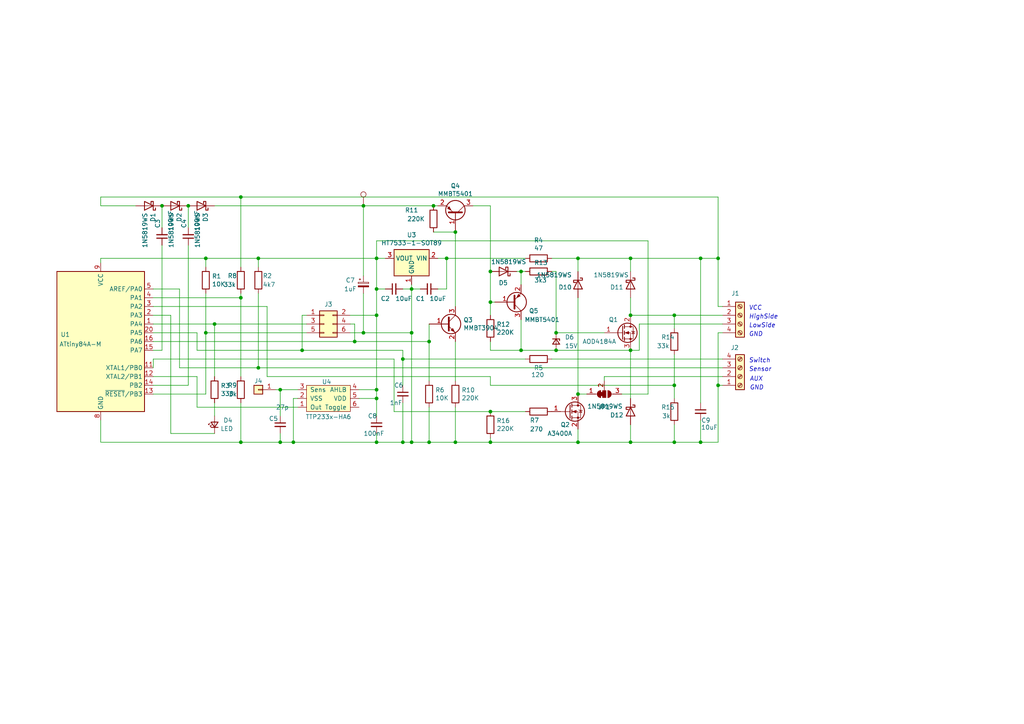
<source format=kicad_sch>
(kicad_sch (version 20231120) (generator "eeschema") (generator_version "8.0")
  (paper "A4")
  (lib_symbols
    (symbol "Connector:Screw_Terminal_01x04" (pin_names (offset 1.016) hide)
      (property "Reference" "J" (at 0 5.08 0))
      (property "Value" "Screw_Terminal_01x04" (at 0 -7.62 0))
      (symbol "Screw_Terminal_01x04_1_1"
        (rectangle (start -1.27 3.81) (end 1.27 -6.35) (stroke (width 0.254)) (fill (type background)))
        (circle (center 0 -5.08) (radius 0.635) (stroke (width 0.1524)))
        (circle (center 0 -2.54) (radius 0.635) (stroke (width 0.1524)))
        (polyline (pts (xy -0.5334 -4.7498) (xy 0.3302 -5.588)) (stroke (width 0.1524)))
        (polyline (pts (xy -0.5334 -2.2098) (xy 0.3302 -3.048)) (stroke (width 0.1524)))
        (polyline (pts (xy -0.5334 0.3302) (xy 0.3302 -0.508)) (stroke (width 0.1524)))
        (polyline (pts (xy -0.5334 2.8702) (xy 0.3302 2.032)) (stroke (width 0.1524)))
        (polyline (pts (xy -0.3556 -4.572) (xy 0.508 -5.4102)) (stroke (width 0.1524)))
        (polyline (pts (xy -0.3556 -2.032) (xy 0.508 -2.8702)) (stroke (width 0.1524)))
        (polyline (pts (xy -0.3556 0.508) (xy 0.508 -0.3302)) (stroke (width 0.1524)))
        (polyline (pts (xy -0.3556 3.048) (xy 0.508 2.2098)) (stroke (width 0.1524)))
        (circle (center 0 0) (radius 0.635) (stroke (width 0.1524)))
        (circle (center 0 2.54) (radius 0.635) (stroke (width 0.1524)))
        (pin passive line (at -5.08 2.54 0) (length 3.81) (name "Pin_1") (number "1"))
        (pin passive line (at -5.08 0 0) (length 3.81) (name "Pin_2") (number "2"))
        (pin passive line (at -5.08 -2.54 0) (length 3.81) (name "Pin_3") (number "3"))
        (pin passive line (at -5.08 -5.08 0) (length 3.81) (name "Pin_4") (number "4"))
      )
    )
    (symbol "Connector:TestPoint" (pin_numbers hide) (pin_names (offset 0.762) hide)
      (property "Reference" "TP" (at 0 6.858 0))
      (property "Value" "TestPoint" (at 0 5.08 0))
      (symbol "TestPoint_0_1"
        (circle (center 0 3.302) (radius 0.762))
      )
      (symbol "TestPoint_1_1"
        (pin passive line (at 0 0 90) (length 2.54) (name "1") (number "1"))
      )
    )
    (symbol "Connector_Generic:Conn_01x01" (pin_names (offset 1.016) hide)
      (property "Reference" "J" (at 0 2.54 0))
      (property "Value" "Conn_01x01" (at 0 -2.54 0))
      (symbol "Conn_01x01_1_1"
        (rectangle (start -1.27 0.127) (end 0 -0.127) (stroke (width 0.1524)))
        (rectangle (start -1.27 1.27) (end 1.27 -1.27) (stroke (width 0.254)) (fill (type background)))
        (pin passive line (at -5.08 0 0) (length 3.81) (name "Pin_1") (number "1"))
      )
    )
    (symbol "Connector_Generic:Conn_02x03_Odd_Even" (pin_names (offset 1.016) hide)
      (property "Reference" "J" (at 1.27 5.08 0))
      (property "Value" "Conn_02x03_Odd_Even" (at 1.27 -5.08 0))
      (symbol "Conn_02x03_Odd_Even_1_1"
        (rectangle (start -1.27 -2.413) (end 0 -2.667) (stroke (width 0.1524)))
        (rectangle (start -1.27 0.127) (end 0 -0.127) (stroke (width 0.1524)))
        (rectangle (start -1.27 2.667) (end 0 2.413) (stroke (width 0.1524)))
        (rectangle (start -1.27 3.81) (end 3.81 -3.81) (stroke (width 0.254)) (fill (type background)))
        (rectangle (start 3.81 -2.413) (end 2.54 -2.667) (stroke (width 0.1524)))
        (rectangle (start 3.81 0.127) (end 2.54 -0.127) (stroke (width 0.1524)))
        (rectangle (start 3.81 2.667) (end 2.54 2.413) (stroke (width 0.1524)))
        (pin passive line (at -5.08 2.54 0) (length 3.81) (name "Pin_1") (number "1"))
        (pin passive line (at 7.62 2.54 180) (length 3.81) (name "Pin_2") (number "2"))
        (pin passive line (at -5.08 0 0) (length 3.81) (name "Pin_3") (number "3"))
        (pin passive line (at 7.62 0 180) (length 3.81) (name "Pin_4") (number "4"))
        (pin passive line (at -5.08 -2.54 0) (length 3.81) (name "Pin_5") (number "5"))
        (pin passive line (at 7.62 -2.54 180) (length 3.81) (name "Pin_6") (number "6"))
      )
    )
    (symbol "Device:C_Small" (pin_numbers hide) (pin_names (offset 0.254) hide)
      (property "Reference" "C" (at 0.254 1.778 0))
      (property "Value" "C_Small" (at 0.254 -2.032 0))
      (symbol "C_Small_0_1"
        (polyline (pts (xy -1.524 -0.508) (xy 1.524 -0.508)) (stroke (width 0.3302)))
        (polyline (pts (xy -1.524 0.508) (xy 1.524 0.508)) (stroke (width 0.3048)))
      )
      (symbol "C_Small_1_1"
        (pin passive line (at 0 2.54 270) (length 2.032) (name "~") (number "1"))
        (pin passive line (at 0 -2.54 90) (length 2.032) (name "~") (number "2"))
      )
    )
    (symbol "Device:D_Schottky" (pin_numbers hide) (pin_names (offset 1.016) hide)
      (property "Reference" "D" (at 0 2.54 0))
      (property "Value" "D_Schottky" (at 0 -2.54 0))
      (symbol "D_Schottky_0_1"
        (polyline (pts (xy 1.27 0) (xy -1.27 0)))
        (polyline (pts (xy 1.27 1.27) (xy 1.27 -1.27) (xy -1.27 0) (xy 1.27 1.27)) (stroke (width 0.254)))
        (polyline (pts (xy -1.905 0.635) (xy -1.905 1.27) (xy -1.27 1.27) (xy -1.27 -1.27) (xy -0.635 -1.27) (xy -0.635 -0.635)) (stroke (width 0.254)))
      )
      (symbol "D_Schottky_1_1"
        (pin passive line (at -3.81 0 0) (length 2.54) (name "K") (number "1"))
        (pin passive line (at 3.81 0 180) (length 2.54) (name "A") (number "2"))
      )
    )
    (symbol "Device:D_Zener_Small" (pin_numbers hide) (pin_names (offset 0.254) hide)
      (property "Reference" "D" (at 0 2.286 0))
      (property "Value" "D_Zener_Small" (at 0 -2.286 0))
      (symbol "D_Zener_Small_0_1"
        (polyline (pts (xy 0.762 0) (xy -0.762 0)))
        (polyline (pts (xy -0.254 1.016) (xy -0.762 1.016) (xy -0.762 -1.016)) (stroke (width 0.254)))
        (polyline (pts (xy 0.762 1.016) (xy -0.762 0) (xy 0.762 -1.016) (xy 0.762 1.016)) (stroke (width 0.254)))
      )
      (symbol "D_Zener_Small_1_1"
        (pin passive line (at -2.54 0 0) (length 1.778) (name "K") (number "1"))
        (pin passive line (at 2.54 0 180) (length 1.778) (name "A") (number "2"))
      )
    )
    (symbol "Device:LED_Small" (pin_numbers hide) (pin_names (offset 0.254) hide)
      (property "Reference" "D" (at -1.27 3.175 0))
      (property "Value" "LED_Small" (at -4.445 -2.54 0))
      (symbol "LED_Small_0_1"
        (polyline (pts (xy -0.762 -1.016) (xy -0.762 1.016)) (stroke (width 0.254)))
        (polyline (pts (xy 1.016 0) (xy -0.762 0)))
        (polyline (pts (xy 0.762 -1.016) (xy -0.762 0) (xy 0.762 1.016) (xy 0.762 -1.016)) (stroke (width 0.254)))
        (polyline (pts (xy 0 0.762) (xy -0.508 1.27) (xy -0.254 1.27) (xy -0.508 1.27) (xy -0.508 1.016)))
        (polyline (pts (xy 0.508 1.27) (xy 0 1.778) (xy 0.254 1.778) (xy 0 1.778) (xy 0 1.524)))
      )
      (symbol "LED_Small_1_1"
        (pin passive line (at -2.54 0 0) (length 1.778) (name "K") (number "1"))
        (pin passive line (at 2.54 0 180) (length 1.778) (name "A") (number "2"))
      )
    )
    (symbol "Device:Q_NMOS_GDS" (pin_names (offset 0) hide)
      (property "Reference" "Q" (at 5.08 1.27 0))
      (property "Value" "Q_NMOS_GDS" (at 5.08 -1.27 0))
      (symbol "Q_NMOS_GDS_0_1"
        (polyline (pts (xy 0.254 0) (xy -2.54 0)))
        (polyline (pts (xy 0.254 1.905) (xy 0.254 -1.905)) (stroke (width 0.254)))
        (polyline (pts (xy 0.762 -1.27) (xy 0.762 -2.286)) (stroke (width 0.254)))
        (polyline (pts (xy 0.762 0.508) (xy 0.762 -0.508)) (stroke (width 0.254)))
        (polyline (pts (xy 0.762 2.286) (xy 0.762 1.27)) (stroke (width 0.254)))
        (polyline (pts (xy 2.54 2.54) (xy 2.54 1.778)))
        (polyline (pts (xy 2.54 -2.54) (xy 2.54 0) (xy 0.762 0)))
        (polyline (pts (xy 0.762 -1.778) (xy 3.302 -1.778) (xy 3.302 1.778) (xy 0.762 1.778)))
        (polyline (pts (xy 1.016 0) (xy 2.032 0.381) (xy 2.032 -0.381) (xy 1.016 0)) (fill (type outline)))
        (polyline (pts (xy 2.794 0.508) (xy 2.921 0.381) (xy 3.683 0.381) (xy 3.81 0.254)))
        (polyline (pts (xy 3.302 0.381) (xy 2.921 -0.254) (xy 3.683 -0.254) (xy 3.302 0.381)))
        (circle (center 1.651 0) (radius 2.794) (stroke (width 0.254)))
        (circle (center 2.54 -1.778) (radius 0.254) (fill (type outline)))
        (circle (center 2.54 1.778) (radius 0.254) (fill (type outline)))
      )
      (symbol "Q_NMOS_GDS_1_1"
        (pin input line (at -5.08 0 0) (length 2.54) (name "G") (number "1"))
        (pin passive line (at 2.54 5.08 270) (length 2.54) (name "D") (number "2"))
        (pin passive line (at 2.54 -5.08 90) (length 2.54) (name "S") (number "3"))
      )
    )
    (symbol "Device:Q_NMOS_GSD" (pin_names (offset 0) hide)
      (property "Reference" "Q" (at 5.08 1.27 0))
      (property "Value" "Q_NMOS_GSD" (at 5.08 -1.27 0))
      (symbol "Q_NMOS_GSD_0_1"
        (polyline (pts (xy 0.254 0) (xy -2.54 0)))
        (polyline (pts (xy 0.254 1.905) (xy 0.254 -1.905)) (stroke (width 0.254)))
        (polyline (pts (xy 0.762 -1.27) (xy 0.762 -2.286)) (stroke (width 0.254)))
        (polyline (pts (xy 0.762 0.508) (xy 0.762 -0.508)) (stroke (width 0.254)))
        (polyline (pts (xy 0.762 2.286) (xy 0.762 1.27)) (stroke (width 0.254)))
        (polyline (pts (xy 2.54 2.54) (xy 2.54 1.778)))
        (polyline (pts (xy 2.54 -2.54) (xy 2.54 0) (xy 0.762 0)))
        (polyline (pts (xy 0.762 -1.778) (xy 3.302 -1.778) (xy 3.302 1.778) (xy 0.762 1.778)))
        (polyline (pts (xy 1.016 0) (xy 2.032 0.381) (xy 2.032 -0.381) (xy 1.016 0)) (fill (type outline)))
        (polyline (pts (xy 2.794 0.508) (xy 2.921 0.381) (xy 3.683 0.381) (xy 3.81 0.254)))
        (polyline (pts (xy 3.302 0.381) (xy 2.921 -0.254) (xy 3.683 -0.254) (xy 3.302 0.381)))
        (circle (center 1.651 0) (radius 2.794) (stroke (width 0.254)))
        (circle (center 2.54 -1.778) (radius 0.254) (fill (type outline)))
        (circle (center 2.54 1.778) (radius 0.254) (fill (type outline)))
      )
      (symbol "Q_NMOS_GSD_1_1"
        (pin input line (at -5.08 0 0) (length 2.54) (name "G") (number "1"))
        (pin passive line (at 2.54 -5.08 90) (length 2.54) (name "S") (number "2"))
        (pin passive line (at 2.54 5.08 270) (length 2.54) (name "D") (number "3"))
      )
    )
    (symbol "Device:R" (pin_numbers hide) (pin_names (offset 0))
      (property "Reference" "R" (at 2.032 0 90))
      (property "Value" "R" (at 0 0 90))
      (symbol "R_0_1"
        (rectangle (start -1.016 -2.54) (end 1.016 2.54) (stroke (width 0.254)))
      )
      (symbol "R_1_1"
        (pin passive line (at 0 3.81 270) (length 1.27) (name "~") (number "1"))
        (pin passive line (at 0 -3.81 90) (length 1.27) (name "~") (number "2"))
      )
    )
    (symbol "Diode:1N5819WS" (pin_numbers hide) (pin_names (offset 1.016) hide)
      (property "Reference" "D" (at 0 2.54 0))
      (property "Value" "1N5819WS" (at 0 -2.54 0))
      (symbol "1N5819WS_0_1"
        (polyline (pts (xy 1.27 0) (xy -1.27 0)))
        (polyline (pts (xy 1.27 1.27) (xy 1.27 -1.27) (xy -1.27 0) (xy 1.27 1.27)) (stroke (width 0.254)))
        (polyline (pts (xy -1.905 0.635) (xy -1.905 1.27) (xy -1.27 1.27) (xy -1.27 -1.27) (xy -0.635 -1.27) (xy -0.635 -0.635)) (stroke (width 0.254)))
      )
      (symbol "1N5819WS_1_1"
        (pin passive line (at -3.81 0 0) (length 2.54) (name "K") (number "1"))
        (pin passive line (at 3.81 0 180) (length 2.54) (name "A") (number "2"))
      )
    )
    (symbol "FlushRobot-rescue:CP_Small-Device" (pin_numbers hide) (pin_names (offset 0.254) hide)
      (property "Reference" "C" (at 0.254 1.778 0))
      (property "Value" "Device_CP_Small" (at 0.254 -2.032 0))
      (symbol "CP_Small-Device_0_1"
        (rectangle (start -1.524 -0.3048) (end 1.524 -0.6858) (fill (type outline)))
        (rectangle (start -1.524 0.6858) (end 1.524 0.3048))
        (polyline (pts (xy -1.27 1.524) (xy -0.762 1.524)))
        (polyline (pts (xy -1.016 1.27) (xy -1.016 1.778)))
      )
      (symbol "CP_Small-Device_1_1"
        (pin passive line (at 0 2.54 270) (length 1.8542) (name "~") (number "1"))
        (pin passive line (at 0 -2.54 90) (length 1.8542) (name "~") (number "2"))
      )
    )
    (symbol "Jumper:SolderJumper_3_Bridged12" (pin_names (offset 0) hide)
      (property "Reference" "JP" (at -2.54 -2.54 0))
      (property "Value" "SolderJumper_3_Bridged12" (at 0 2.794 0))
      (symbol "SolderJumper_3_Bridged12_0_1"
        (rectangle (start -1.016 0.508) (end -0.508 -0.508) (fill (type outline)))
        (arc (start -1.016 1.016) (mid -2.0276 0) (end -1.016 -1.016))
        (arc (start -1.016 1.016) (mid -2.0276 0) (end -1.016 -1.016) (fill (type outline)))
        (rectangle (start -0.508 1.016) (end 0.508 -1.016) (fill (type outline)))
        (polyline (pts (xy -2.54 0) (xy -2.032 0)))
        (polyline (pts (xy -1.016 1.016) (xy -1.016 -1.016)))
        (polyline (pts (xy 0 -1.27) (xy 0 -1.016)))
        (polyline (pts (xy 1.016 1.016) (xy 1.016 -1.016)))
        (polyline (pts (xy 2.54 0) (xy 2.032 0)))
        (arc (start 1.016 -1.016) (mid 2.0276 0) (end 1.016 1.016))
        (arc (start 1.016 -1.016) (mid 2.0276 0) (end 1.016 1.016) (fill (type outline)))
      )
      (symbol "SolderJumper_3_Bridged12_1_1"
        (pin passive line (at -5.08 0 0) (length 2.54) (name "A") (number "1"))
        (pin passive line (at 0 -3.81 90) (length 2.54) (name "C") (number "2"))
        (pin passive line (at 5.08 0 180) (length 2.54) (name "B") (number "3"))
      )
    )
    (symbol "MCU_Microchip_ATtiny:ATtiny84A-M"
      (property "Reference" "U" (at -12.7 21.59 0))
      (property "Value" "ATtiny84A-M" (at 2.54 -21.59 0))
      (symbol "ATtiny84A-M_0_1"
        (rectangle (start -12.7 -20.32) (end 12.7 20.32) (stroke (width 0.254)) (fill (type background)))
      )
      (symbol "ATtiny84A-M_1_1"
        (pin bidirectional line (at 15.24 5.08 180) (length 2.54) (name "PA4") (number "1"))
        (pin no_connect line (at -12.7 -10.16 0) (length 2.54) hide (name "NC") (number "10"))
        (pin bidirectional line (at 15.24 -7.62 180) (length 2.54) (name "XTAL1/PB0") (number "11"))
        (pin bidirectional line (at 15.24 -10.16 180) (length 2.54) (name "XTAL2/PB1") (number "12"))
        (pin bidirectional line (at 15.24 -15.24 180) (length 2.54) (name "~{RESET}/PB3") (number "13"))
        (pin bidirectional line (at 15.24 -12.7 180) (length 2.54) (name "PB2") (number "14"))
        (pin bidirectional line (at 15.24 -2.54 180) (length 2.54) (name "PA7") (number "15"))
        (pin bidirectional line (at 15.24 0 180) (length 2.54) (name "PA6") (number "16"))
        (pin no_connect line (at -12.7 -12.7 0) (length 2.54) hide (name "NC") (number "17"))
        (pin no_connect line (at -12.7 -15.24 0) (length 2.54) hide (name "NC") (number "18"))
        (pin no_connect line (at -12.7 -17.78 0) (length 2.54) hide (name "NC") (number "19"))
        (pin bidirectional line (at 15.24 7.62 180) (length 2.54) (name "PA3") (number "2"))
        (pin bidirectional line (at 15.24 2.54 180) (length 2.54) (name "PA5") (number "20"))
        (pin passive line (at 0 -22.86 90) (length 2.54) hide (name "GND") (number "21"))
        (pin bidirectional line (at 15.24 10.16 180) (length 2.54) (name "PA2") (number "3"))
        (pin bidirectional line (at 15.24 12.7 180) (length 2.54) (name "PA1") (number "4"))
        (pin bidirectional line (at 15.24 15.24 180) (length 2.54) (name "AREF/PA0") (number "5"))
        (pin no_connect line (at -12.7 -5.08 0) (length 2.54) hide (name "NC") (number "6"))
        (pin no_connect line (at -12.7 -7.62 0) (length 2.54) hide (name "NC") (number "7"))
        (pin power_in line (at 0 -22.86 90) (length 2.54) (name "GND") (number "8"))
        (pin power_in line (at 0 22.86 270) (length 2.54) (name "VCC") (number "9"))
      )
    )
    (symbol "Regulator_Linear:HT75xx-1-SOT89"
      (property "Reference" "U" (at -5.08 -3.81 0))
      (property "Value" "HT75xx-1-SOT89" (at 0 6.35 0))
      (symbol "HT75xx-1-SOT89_0_1"
        (rectangle (start -5.08 5.08) (end 5.08 -2.54) (stroke (width 0.254)) (fill (type background)))
      )
      (symbol "HT75xx-1-SOT89_1_1"
        (pin power_in line (at 0 -5.08 90) (length 2.54) (name "GND") (number "1"))
        (pin power_in line (at -7.62 2.54 0) (length 2.54) (name "VIN") (number "2"))
        (pin power_out line (at 7.62 2.54 180) (length 2.54) (name "VOUT") (number "3"))
      )
    )
    (symbol "Transistor_BJT:MMBT3904" (pin_names (offset 0) hide)
      (property "Reference" "Q" (at 5.08 1.905 0))
      (property "Value" "MMBT3904" (at 5.08 0 0))
      (symbol "MMBT3904_0_1"
        (polyline (pts (xy 0.635 0.635) (xy 2.54 2.54)))
        (polyline (pts (xy 0.635 -0.635) (xy 2.54 -2.54) (xy 2.54 -2.54)))
        (polyline (pts (xy 0.635 1.905) (xy 0.635 -1.905) (xy 0.635 -1.905)) (stroke (width 0.508)))
        (polyline (pts (xy 1.27 -1.778) (xy 1.778 -1.27) (xy 2.286 -2.286) (xy 1.27 -1.778) (xy 1.27 -1.778)) (fill (type outline)))
        (circle (center 1.27 0) (radius 2.8194) (stroke (width 0.254)))
      )
      (symbol "MMBT3904_1_1"
        (pin input line (at -5.08 0 0) (length 5.715) (name "B") (number "1"))
        (pin passive line (at 2.54 -5.08 90) (length 2.54) (name "E") (number "2"))
        (pin passive line (at 2.54 5.08 270) (length 2.54) (name "C") (number "3"))
      )
    )
    (symbol "Transistor_BJT:MMBT3906" (pin_names (offset 0) hide)
      (property "Reference" "Q" (at 5.08 1.905 0))
      (property "Value" "MMBT3906" (at 5.08 0 0))
      (symbol "MMBT3906_0_1"
        (polyline (pts (xy 0.635 0.635) (xy 2.54 2.54)))
        (polyline (pts (xy 0.635 -0.635) (xy 2.54 -2.54) (xy 2.54 -2.54)))
        (polyline (pts (xy 0.635 1.905) (xy 0.635 -1.905) (xy 0.635 -1.905)) (stroke (width 0.508)))
        (polyline (pts (xy 2.286 -1.778) (xy 1.778 -2.286) (xy 1.27 -1.27) (xy 2.286 -1.778) (xy 2.286 -1.778)) (fill (type outline)))
        (circle (center 1.27 0) (radius 2.8194) (stroke (width 0.254)))
      )
      (symbol "MMBT3906_1_1"
        (pin input line (at -5.08 0 0) (length 5.715) (name "B") (number "1"))
        (pin passive line (at 2.54 -5.08 90) (length 2.54) (name "E") (number "2"))
        (pin passive line (at 2.54 5.08 270) (length 2.54) (name "C") (number "3"))
      )
    )
    (symbol "tfl_ttp233x-HA6:TTP233x-HA6-New_Library" (pin_names (offset 1.016))
      (property "Reference" "U" (at 0 7.62 0))
      (property "Value" "New_Library_TTP233x-HA6" (at 0 5.08 0))
      (symbol "TTP233x-HA6-New_Library_0_1"
        (polyline (pts (xy -6.35 3.81) (xy -6.35 -3.81) (xy 6.35 -3.81) (xy 6.35 3.81) (xy -6.35 3.81)) (fill (type background)))
      )
      (symbol "TTP233x-HA6-New_Library_1_1"
        (pin output line (at -8.89 2.54 0) (length 2.54) (name "Out") (number "1"))
        (pin power_in line (at -8.89 0 0) (length 2.54) (name "VSS") (number "2"))
        (pin input line (at -8.89 -2.54 0) (length 2.54) (name "Sens") (number "3"))
        (pin input line (at 8.89 -2.54 180) (length 2.54) (name "AHLB") (number "4"))
        (pin power_in line (at 8.89 0 180) (length 2.54) (name "VDD") (number "5"))
        (pin input line (at 8.89 2.54 180) (length 2.54) (name "Toggle") (number "6"))
      )
    )
  )
  (junction (at 109.22 128.27))
  (junction (at 69.85 86.36))
  (junction (at 182.88 74.93))
  (junction (at 182.88 101.6))
  (junction (at 167.64 128.27))
  (junction (at 54.61 59.69))
  (junction (at 74.93 74.93))
  (junction (at 151.13 78.74))
  (junction (at 182.88 128.27))
  (junction (at 109.22 74.93))
  (junction (at 161.29 101.6))
  (junction (at 182.88 91.44))
  (junction (at 105.41 59.69))
  (junction (at 81.28 128.27))
  (junction (at 208.28 74.93))
  (junction (at 142.24 87.63))
  (junction (at 142.24 78.74))
  (junction (at 124.46 128.27))
  (junction (at 81.28 113.03))
  (junction (at 119.38 128.27))
  (junction (at 109.22 115.57))
  (junction (at 195.58 91.44))
  (junction (at 132.08 67.31))
  (junction (at 208.28 111.76))
  (junction (at 167.64 74.93))
  (junction (at 109.22 91.44))
  (junction (at 129.54 74.93))
  (junction (at 195.58 111.76))
  (junction (at 109.22 113.03))
  (junction (at 142.24 128.27))
  (junction (at 125.73 59.69))
  (junction (at 203.2 128.27))
  (junction (at 151.13 101.6))
  (junction (at 85.09 128.27))
  (junction (at 105.41 96.52))
  (junction (at 116.84 104.14))
  (junction (at 59.69 74.93))
  (junction (at 124.46 99.06))
  (junction (at 161.29 96.52))
  (junction (at 69.85 57.15))
  (junction (at 119.38 96.52))
  (junction (at 59.69 96.52))
  (junction (at 116.84 128.27))
  (junction (at 69.85 128.27))
  (junction (at 142.24 119.38))
  (junction (at 203.2 74.93))
  (junction (at 195.58 128.27))
  (junction (at 167.64 114.3))
  (junction (at 46.99 59.69))
  (junction (at 62.23 93.98))
  (junction (at 109.22 83.82))
  (junction (at 87.63 101.6))
  (junction (at 132.08 128.27))
  (junction (at 102.87 99.06))
  (junction (at 119.38 83.82))
  (junction (at 74.93 106.68))
  (wire (pts (xy 69.85 57.15) (xy 29.21 57.15)))
  (wire (pts (xy 167.64 128.27) (xy 182.88 128.27)))
  (wire (pts (xy 86.36 115.57) (xy 85.09 115.57)))
  (wire (pts (xy 46.99 71.12) (xy 46.99 101.6)))
  (wire (pts (xy 142.24 78.74) (xy 142.24 87.63)))
  (wire (pts (xy 105.41 59.69) (xy 105.41 80.01)))
  (wire (pts (xy 109.22 113.03) (xy 109.22 115.57)))
  (wire (pts (xy 69.85 116.84) (xy 69.85 128.27)))
  (wire (pts (xy 119.38 83.82) (xy 119.38 96.52)))
  (wire (pts (xy 29.21 74.93) (xy 59.69 74.93)))
  (wire (pts (xy 160.02 74.93) (xy 167.64 74.93)))
  (wire (pts (xy 87.63 101.6) (xy 116.84 101.6)))
  (wire (pts (xy 203.2 74.93) (xy 208.28 74.93)))
  (wire (pts (xy 129.54 74.93) (xy 152.4 74.93)))
  (wire (pts (xy 187.96 114.3) (xy 187.96 69.85)))
  (wire (pts (xy 114.3 119.38) (xy 114.3 104.14)))
  (wire (pts (xy 151.13 101.6) (xy 161.29 101.6)))
  (wire (pts (xy 44.45 104.14) (xy 44.45 106.68)))
  (wire (pts (xy 182.88 74.93) (xy 203.2 74.93)))
  (wire (pts (xy 182.88 74.93) (xy 182.88 78.74)))
  (wire (pts (xy 69.85 128.27) (xy 81.28 128.27)))
  (wire (pts (xy 49.53 91.44) (xy 44.45 91.44)))
  (wire (pts (xy 142.24 99.06) (xy 142.24 101.6)))
  (wire (pts (xy 101.6 91.44) (xy 109.22 91.44)))
  (wire (pts (xy 151.13 78.74) (xy 152.4 78.74)))
  (wire (pts (xy 102.87 93.98) (xy 102.87 99.06)))
  (wire (pts (xy 203.2 121.92) (xy 203.2 128.27)))
  (wire (pts (xy 81.28 125.73) (xy 81.28 128.27)))
  (wire (pts (xy 57.15 96.52) (xy 57.15 101.6)))
  (wire (pts (xy 44.45 88.9) (xy 77.47 88.9)))
  (wire (pts (xy 119.38 96.52) (xy 119.38 128.27)))
  (wire (pts (xy 142.24 59.69) (xy 137.16 59.69)))
  (wire (pts (xy 116.84 128.27) (xy 119.38 128.27)))
  (wire (pts (xy 44.45 86.36) (xy 69.85 86.36)))
  (wire (pts (xy 109.22 128.27) (xy 116.84 128.27)))
  (wire (pts (xy 57.15 118.11) (xy 86.36 118.11)))
  (wire (pts (xy 182.88 86.36) (xy 182.88 91.44)))
  (wire (pts (xy 109.22 74.93) (xy 111.76 74.93)))
  (wire (pts (xy 116.84 111.76) (xy 116.84 104.14)))
  (wire (pts (xy 142.24 101.6) (xy 151.13 101.6)))
  (wire (pts (xy 62.23 93.98) (xy 88.9 93.98)))
  (wire (pts (xy 208.28 88.9) (xy 209.55 88.9)))
  (wire (pts (xy 44.45 111.76) (xy 54.61 111.76)))
  (wire (pts (xy 105.41 96.52) (xy 119.38 96.52)))
  (wire (pts (xy 143.51 87.63) (xy 142.24 87.63)))
  (wire (pts (xy 127 59.69) (xy 125.73 59.69)))
  (wire (pts (xy 132.08 128.27) (xy 142.24 128.27)))
  (wire (pts (xy 109.22 83.82) (xy 111.76 83.82)))
  (wire (pts (xy 132.08 99.06) (xy 132.08 110.49)))
  (wire (pts (xy 49.53 125.73) (xy 49.53 91.44)))
  (wire (pts (xy 182.88 101.6) (xy 185.42 101.6)))
  (wire (pts (xy 80.01 113.03) (xy 81.28 113.03)))
  (wire (pts (xy 167.64 74.93) (xy 167.64 78.74)))
  (wire (pts (xy 109.22 83.82) (xy 109.22 74.93)))
  (wire (pts (xy 125.73 59.69) (xy 105.41 59.69)))
  (wire (pts (xy 124.46 93.98) (xy 124.46 99.06)))
  (wire (pts (xy 195.58 91.44) (xy 209.55 91.44)))
  (wire (pts (xy 101.6 93.98) (xy 102.87 93.98)))
  (wire (pts (xy 44.45 99.06) (xy 102.87 99.06)))
  (wire (pts (xy 59.69 96.52) (xy 88.9 96.52)))
  (wire (pts (xy 208.28 96.52) (xy 209.55 96.52)))
  (wire (pts (xy 127 74.93) (xy 129.54 74.93)))
  (wire (pts (xy 116.84 116.84) (xy 116.84 128.27)))
  (wire (pts (xy 195.58 102.87) (xy 195.58 111.76)))
  (wire (pts (xy 142.24 111.76) (xy 195.58 111.76)))
  (wire (pts (xy 142.24 78.74) (xy 142.24 59.69)))
  (wire (pts (xy 69.85 57.15) (xy 208.28 57.15)))
  (wire (pts (xy 81.28 113.03) (xy 81.28 120.65)))
  (wire (pts (xy 29.21 128.27) (xy 69.85 128.27)))
  (wire (pts (xy 167.64 114.3) (xy 170.18 114.3)))
  (wire (pts (xy 49.53 125.73) (xy 62.23 125.73)))
  (wire (pts (xy 182.88 123.19) (xy 182.88 128.27)))
  (wire (pts (xy 142.24 127) (xy 142.24 128.27)))
  (wire (pts (xy 52.07 83.82) (xy 44.45 83.82)))
  (wire (pts (xy 57.15 101.6) (xy 87.63 101.6)))
  (wire (pts (xy 87.63 91.44) (xy 88.9 91.44)))
  (wire (pts (xy 124.46 99.06) (xy 124.46 110.49)))
  (wire (pts (xy 52.07 106.68) (xy 74.93 106.68)))
  (wire (pts (xy 185.42 101.6) (xy 185.42 93.98)))
  (wire (pts (xy 187.96 69.85) (xy 109.22 69.85)))
  (wire (pts (xy 175.26 109.22) (xy 209.55 109.22)))
  (wire (pts (xy 208.28 57.15) (xy 208.28 74.93)))
  (wire (pts (xy 125.73 67.31) (xy 132.08 67.31)))
  (wire (pts (xy 85.09 115.57) (xy 85.09 128.27)))
  (wire (pts (xy 182.88 91.44) (xy 195.58 91.44)))
  (wire (pts (xy 195.58 128.27) (xy 203.2 128.27)))
  (wire (pts (xy 195.58 123.19) (xy 195.58 128.27)))
  (wire (pts (xy 151.13 92.71) (xy 151.13 101.6)))
  (wire (pts (xy 114.3 104.14) (xy 44.45 104.14)))
  (wire (pts (xy 81.28 113.03) (xy 86.36 113.03)))
  (wire (pts (xy 69.85 85.09) (xy 69.85 86.36)))
  (wire (pts (xy 208.28 111.76) (xy 208.28 128.27)))
  (wire (pts (xy 102.87 99.06) (xy 124.46 99.06)))
  (wire (pts (xy 195.58 111.76) (xy 195.58 115.57)))
  (wire (pts (xy 114.3 119.38) (xy 142.24 119.38)))
  (wire (pts (xy 116.84 104.14) (xy 152.4 104.14)))
  (wire (pts (xy 29.21 74.93) (xy 29.21 76.2)))
  (wire (pts (xy 160.02 104.14) (xy 209.55 104.14)))
  (wire (pts (xy 104.14 115.57) (xy 109.22 115.57)))
  (wire (pts (xy 116.84 83.82) (xy 119.38 83.82)))
  (wire (pts (xy 208.28 96.52) (xy 208.28 111.76)))
  (wire (pts (xy 59.69 74.93) (xy 74.93 74.93)))
  (wire (pts (xy 105.41 85.09) (xy 105.41 96.52)))
  (wire (pts (xy 87.63 91.44) (xy 87.63 101.6)))
  (wire (pts (xy 109.22 83.82) (xy 109.22 91.44)))
  (wire (pts (xy 185.42 93.98) (xy 209.55 93.98)))
  (wire (pts (xy 182.88 101.6) (xy 182.88 115.57)))
  (wire (pts (xy 74.93 106.68) (xy 209.55 106.68)))
  (wire (pts (xy 109.22 69.85) (xy 109.22 74.93)))
  (wire (pts (xy 52.07 83.82) (xy 52.07 106.68)))
  (wire (pts (xy 105.41 59.69) (xy 62.23 59.69)))
  (wire (pts (xy 74.93 74.93) (xy 109.22 74.93)))
  (wire (pts (xy 167.64 124.46) (xy 167.64 128.27)))
  (wire (pts (xy 161.29 101.6) (xy 182.88 101.6)))
  (wire (pts (xy 29.21 57.15) (xy 29.21 59.69)))
  (wire (pts (xy 74.93 74.93) (xy 74.93 77.47)))
  (wire (pts (xy 29.21 121.92) (xy 29.21 128.27)))
  (wire (pts (xy 62.23 116.84) (xy 62.23 120.65)))
  (wire (pts (xy 161.29 96.52) (xy 175.26 96.52)))
  (wire (pts (xy 44.45 96.52) (xy 57.15 96.52)))
  (wire (pts (xy 104.14 113.03) (xy 109.22 113.03)))
  (wire (pts (xy 54.61 59.69) (xy 54.61 66.04)))
  (wire (pts (xy 142.24 87.63) (xy 142.24 91.44)))
  (wire (pts (xy 77.47 88.9) (xy 77.47 109.22)))
  (wire (pts (xy 44.45 114.3) (xy 59.69 114.3)))
  (wire (pts (xy 119.38 82.55) (xy 119.38 83.82)))
  (wire (pts (xy 116.84 104.14) (xy 116.84 101.6)))
  (wire (pts (xy 81.28 128.27) (xy 85.09 128.27)))
  (wire (pts (xy 44.45 93.98) (xy 62.23 93.98)))
  (wire (pts (xy 59.69 74.93) (xy 59.69 77.47)))
  (wire (pts (xy 151.13 82.55) (xy 151.13 78.74)))
  (wire (pts (xy 119.38 83.82) (xy 121.92 83.82)))
  (wire (pts (xy 142.24 109.22) (xy 142.24 111.76)))
  (wire (pts (xy 101.6 96.52) (xy 105.41 96.52)))
  (wire (pts (xy 59.69 96.52) (xy 59.69 114.3)))
  (wire (pts (xy 167.64 74.93) (xy 182.88 74.93)))
  (wire (pts (xy 77.47 109.22) (xy 142.24 109.22)))
  (wire (pts (xy 29.21 59.69) (xy 39.37 59.69)))
  (wire (pts (xy 124.46 128.27) (xy 132.08 128.27)))
  (wire (pts (xy 74.93 85.09) (xy 74.93 106.68)))
  (wire (pts (xy 142.24 119.38) (xy 152.4 119.38)))
  (wire (pts (xy 208.28 74.93) (xy 208.28 88.9)))
  (wire (pts (xy 119.38 128.27) (xy 124.46 128.27)))
  (wire (pts (xy 109.22 91.44) (xy 109.22 113.03)))
  (wire (pts (xy 180.34 114.3) (xy 187.96 114.3)))
  (wire (pts (xy 127 83.82) (xy 129.54 83.82)))
  (wire (pts (xy 62.23 93.98) (xy 62.23 109.22)))
  (wire (pts (xy 182.88 128.27) (xy 195.58 128.27)))
  (wire (pts (xy 203.2 128.27) (xy 208.28 128.27)))
  (wire (pts (xy 57.15 118.11) (xy 57.15 109.22)))
  (wire (pts (xy 57.15 109.22) (xy 44.45 109.22)))
  (wire (pts (xy 54.61 71.12) (xy 54.61 111.76)))
  (wire (pts (xy 175.26 109.22) (xy 175.26 110.49)))
  (wire (pts (xy 59.69 85.09) (xy 59.69 96.52)))
  (wire (pts (xy 109.22 115.57) (xy 109.22 120.65)))
  (wire (pts (xy 160.02 78.74) (xy 161.29 78.74)))
  (wire (pts (xy 69.85 77.47) (xy 69.85 57.15)))
  (wire (pts (xy 167.64 86.36) (xy 167.64 114.3)))
  (wire (pts (xy 209.55 111.76) (xy 208.28 111.76)))
  (wire (pts (xy 132.08 67.31) (xy 132.08 88.9)))
  (wire (pts (xy 69.85 86.36) (xy 69.85 109.22)))
  (wire (pts (xy 46.99 59.69) (xy 46.99 66.04)))
  (wire (pts (xy 149.86 78.74) (xy 151.13 78.74)))
  (wire (pts (xy 161.29 78.74) (xy 161.29 96.52)))
  (wire (pts (xy 132.08 118.11) (xy 132.08 128.27)))
  (wire (pts (xy 142.24 128.27) (xy 167.64 128.27)))
  (wire (pts (xy 109.22 125.73) (xy 109.22 128.27)))
  (wire (pts (xy 44.45 101.6) (xy 46.99 101.6)))
  (wire (pts (xy 85.09 128.27) (xy 109.22 128.27)))
  (wire (pts (xy 195.58 91.44) (xy 195.58 95.25)))
  (wire (pts (xy 124.46 118.11) (xy 124.46 128.27)))
  (wire (pts (xy 129.54 83.82) (xy 129.54 74.93)))
  (wire (pts (xy 203.2 74.93) (xy 203.2 116.84)))
  (text "AUX" (at 217.424 110.744 0) (effects (font (size 1.27 1.27) (italic yes)) (justify left bottom)))
  (text "GND" (at 217.17 97.79 0) (effects (font (size 1.27 1.27) (italic yes)) (justify left bottom)))
  (text "VCC" (at 217.17 90.17 0) (effects (font (size 1.27 1.27) (italic yes)) (justify left bottom)))
  (text "LowSide" (at 217.17 95.25 0) (effects (font (size 1.27 1.27) (italic yes)) (justify left bottom)))
  (text "Switch" (at 217.17 105.41 0) (effects (font (size 1.27 1.27) (italic yes)) (justify left bottom)))
  (text "GND" (at 217.424 113.284 0) (effects (font (size 1.27 1.27) (italic yes)) (justify left bottom)))
  (text "Sensor" (at 217.17 107.95 0) (effects (font (size 1.27 1.27) (italic yes)) (justify left bottom)))
  (text "HighSide" (at 217.17 92.71 0) (effects (font (size 1.27 1.27) (italic yes)) (justify left bottom)))
  (symbol (lib_id "Device:Q_NMOS_GDS") (at 180.34 96.52 0) (unit 1)
    (property "Reference" "Q1" (at 176.53 92.71 0) (effects (justify left)))
    (property "Value" "AOD4184A" (at 168.91 99.06 0) (effects (justify left)))
    (property "Footprint" "Package_TO_SOT_SMD:TO-252-2" (effects (hide yes)))
    (property "Description" "C99124" (effects (hide yes)))
    (property "LCSC" "C99124" (effects (hide yes)))
  )
  (symbol (lib_id "Regulator_Linear:HT75xx-1-SOT89") (at 119.38 77.47 0) (mirror y) (unit 1)
    (property "Reference" "U3" (at 119.38 68.1482 0))
    (property "Value" "HT7533-1-SOT89" (at 119.38 70.4596 0))
    (property "Footprint" "Package_TO_SOT_SMD:SOT-89-3" (effects (hide yes)))
    (property "Datasheet" "https://www.holtek.com/documents/10179/116711/HT75xx-1v250.pdf" (effects (hide yes)))
    (property "Description" "C14289" (effects (hide yes)))
    (property "LCSC" "C14289" (effects (hide yes)))
  )
  (symbol (lib_id "Device:R") (at 59.69 81.28 0) (unit 1)
    (property "Reference" "R1" (at 61.468 80.1116 0) (effects (justify left)))
    (property "Value" "10K" (at 61.468 82.423 0) (effects (justify left)))
    (property "Footprint" "Resistor_SMD:R_0603_1608Metric" (effects (hide yes)))
    (property "Description" "C25804" (effects (hide yes)))
    (property "LCSC" "C25804" (effects (hide yes)))
  )
  (symbol (lib_id "Device:C_Small") (at 114.3 83.82 90) (unit 1)
    (property "Reference" "C2" (at 111.76 86.614 90))
    (property "Value" "10uF" (at 117.094 86.614 90))
    (property "Footprint" "Capacitor_SMD:C_0603_1608Metric" (effects (hide yes)))
    (property "Description" "C19702" (effects (hide yes)))
    (property "LCSC" "C19702" (effects (hide yes)))
  )
  (symbol (lib_id "Device:C_Small") (at 124.46 83.82 270) (unit 1)
    (property "Reference" "C1" (at 121.92 86.614 90))
    (property "Value" "10uF" (at 127 86.614 90))
    (property "Footprint" "Capacitor_SMD:C_0805_2012Metric" (effects (hide yes)))
    (property "Description" "C440198" (effects (hide yes)))
    (property "LCSC" "C440198" (effects (hide yes)))
  )
  (symbol (lib_id "Device:R") (at 62.23 113.03 0) (unit 1)
    (property "Reference" "R3" (at 64.008 111.8616 0) (effects (justify left)))
    (property "Value" "330" (at 64.008 114.173 0) (effects (justify left)))
    (property "Footprint" "Resistor_SMD:R_0603_1608Metric" (effects (hide yes)))
    (property "Description" "C881395" (effects (hide yes)))
    (property "LCSC" "C881395" (effects (hide yes)))
  )
  (symbol (lib_id "Device:LED_Small") (at 62.23 123.19 90) (unit 1)
    (property "Reference" "D4" (at 64.77 121.92 90) (effects (justify right)))
    (property "Value" "LED" (at 63.9572 124.333 90) (effects (justify right)))
    (property "Footprint" "LED_THT:LED_D3.0mm" (effects (hide yes)))
    (property "Description" "C72043" (effects (hide yes)))
  )
  (symbol (lib_id "Device:R") (at 74.93 81.28 0) (unit 1)
    (property "Reference" "R2" (at 76.2 80.01 0) (effects (justify left)))
    (property "Value" "4k7" (at 76.2 82.55 0) (effects (justify left)))
    (property "Footprint" "Resistor_SMD:R_0603_1608Metric" (effects (hide yes)))
    (property "Description" "C23162" (effects (hide yes)))
    (property "LCSC" "C23162" (effects (hide yes)))
  )
  (symbol (lib_id "Connector:Screw_Terminal_01x04") (at 214.63 91.44 0) (unit 1)
    (property "Reference" "J1" (at 212.09 85.09 0) (effects (justify left)))
    (property "Value" "Screw_Terminal_01x04" (effects (hide yes)))
    (property "Footprint" "TerminalBlock_Phoenix:TerminalBlock_Phoenix_MKDS-1,5-4_1x04_P5.00mm_Horizontal" (effects (hide yes)))
  )
  (symbol (lib_id "Connector:Screw_Terminal_01x04") (at 214.63 109.22 0) (mirror x) (unit 1)
    (property "Reference" "J2" (at 213.106 100.838 0))
    (property "Value" "Screw_Terminal_01x04" (effects (hide yes)))
    (property "Footprint" "TerminalBlock_Phoenix:TerminalBlock_Phoenix_MKDS-1,5-4_1x04_P5.00mm_Horizontal" (effects (hide yes)))
  )
  (symbol (lib_id "Device:R") (at 156.21 74.93 270) (unit 1)
    (property "Reference" "R4" (at 156.21 69.6722 90))
    (property "Value" "47" (at 156.21 71.9836 90))
    (property "Footprint" "Resistor_SMD:R_0603_1608Metric" (effects (hide yes)))
    (property "Description" "C881191" (effects (hide yes)))
    (property "LCSC" "C23182" (effects (hide yes)))
  )
  (symbol (lib_id "Device:R") (at 156.21 104.14 270) (unit 1)
    (property "Reference" "R5" (at 156.21 106.68 90))
    (property "Value" "120" (at 155.956 108.712 90))
    (property "Footprint" "Resistor_SMD:R_0603_1608Metric" (effects (hide yes)))
    (property "Description" "C22787" (effects (hide yes)))
    (property "LCSC" "C22787" (effects (hide yes)))
  )
  (symbol (lib_id "Device:C_Small") (at 116.84 114.3 0) (unit 1)
    (property "Reference" "C6" (at 114.3 111.76 0) (effects (justify left)))
    (property "Value" "1nF" (at 113.03 116.84 0) (effects (justify left)))
    (property "Footprint" "Capacitor_SMD:C_0603_1608Metric" (effects (hide yes)))
    (property "LCSC" "C1588" (effects (hide yes)))
  )
  (symbol (lib_id "Connector_Generic:Conn_02x03_Odd_Even") (at 93.98 93.98 0) (unit 1) (in_bom no)
    (property "Reference" "J3" (at 95.25 88.265 0))
    (property "Value" "Conn_02x03_Odd_Even" (effects (hide yes)))
    (property "Footprint" "projects:SPI_programmer" (effects (hide yes)))
  )
  (symbol (lib_id "Device:Q_NMOS_GSD") (at 165.1 119.38 0) (unit 1)
    (property "Reference" "Q2" (at 162.56 123.19 0) (effects (justify left)))
    (property "Value" "A3400A" (at 158.75 125.73 0) (effects (justify left)))
    (property "Footprint" "Package_TO_SOT_SMD:SOT-23" (effects (hide yes)))
    (property "Description" "C20917" (effects (hide yes)))
    (property "LCSC" "C20917" (effects (hide yes)))
  )
  (symbol (lib_id "Device:R") (at 156.21 119.38 270) (unit 1)
    (property "Reference" "R7" (at 153.67 121.92 90) (effects (justify left)))
    (property "Value" "270" (at 153.67 124.46 90) (effects (justify left)))
    (property "Footprint" "Resistor_SMD:R_0603_1608Metric" (effects (hide yes)))
    (property "Description" "C22966" (effects (hide yes)))
    (property "LCSC" "C22966" (effects (hide yes)))
  )
  (symbol (lib_id "FlushRobot-rescue:CP_Small-Device") (at 105.41 82.55 0) (unit 1)
    (property "Reference" "C7" (at 101.6 81.28 0))
    (property "Value" "1uF" (at 101.6 83.82 0))
    (property "Footprint" "Capacitor_SMD:C_0603_1608Metric" (effects (hide yes)))
    (property "Description" "C15849" (effects (hide yes)))
    (property "LCSC" "C15849" (effects (hide yes)))
  )
  (symbol (lib_id "Device:D_Schottky") (at 50.8 59.69 180) (unit 1)
    (property "Reference" "D2" (at 51.9684 61.6966 90) (effects (justify left)))
    (property "Value" "1N5819WS" (at 49.657 61.6966 90) (effects (justify left)))
    (property "Footprint" "Diode_SMD:D_SOD-323" (effects (hide yes)))
    (property "Description" "C191023" (effects (hide yes)))
    (property "LCSC" "C191023" (effects (hide yes)))
  )
  (symbol (lib_id "Device:R") (at 132.08 114.3 0) (unit 1)
    (property "Reference" "R10" (at 133.858 113.1316 0) (effects (justify left)))
    (property "Value" "220K" (at 133.858 115.443 0) (effects (justify left)))
    (property "Footprint" "Resistor_SMD:R_0603_1608Metric" (effects (hide yes)))
    (property "Description" "C22961" (effects (hide yes)))
    (property "LCSC" "C22961" (effects (hide yes)))
  )
  (symbol (lib_id "Device:R") (at 156.21 78.74 270) (unit 1)
    (property "Reference" "R13" (at 154.94 76.2 90) (effects (justify left)))
    (property "Value" "3k3" (at 154.94 81.28 90) (effects (justify left)))
    (property "Footprint" "Resistor_SMD:R_0603_1608Metric" (effects (hide yes)))
    (property "Description" "C23162" (effects (hide yes)))
    (property "LCSC" "C22978" (effects (hide yes)))
  )
  (symbol (lib_id "Device:C_Small") (at 46.99 68.58 180) (unit 1)
    (property "Reference" "C3" (at 45.72 63.5 90) (effects (justify left)))
    (property "Value" "100nF" (at 49.53 60.96 90) (effects (justify left)))
    (property "Footprint" "Capacitor_SMD:C_0603_1608Metric" (effects (hide yes)))
    (property "Description" "C14663" (effects (hide yes)))
    (property "LCSC" "C14663" (effects (hide yes)))
  )
  (symbol (lib_id "tfl_ttp233x-HA6:TTP233x-HA6-New_Library") (at 95.25 115.57 0) (mirror x) (unit 1)
    (property "Reference" "U4" (at 94.742 110.744 0))
    (property "Value" "TTP233x-HA6" (at 95.25 120.904 0))
    (property "Footprint" "Package_TO_SOT_SMD:SOT-23-6" (effects (hide yes)))
    (property "LCSC" "C2835626" (effects (hide yes)))
  )
  (symbol (lib_id "Device:R") (at 195.58 119.38 0) (unit 1)
    (property "Reference" "R15" (at 191.77 118.11 0) (effects (justify left)))
    (property "Value" "3k" (at 192.024 120.65 0) (effects (justify left)))
    (property "Footprint" "Resistor_SMD:R_0603_1608Metric" (effects (hide yes)))
    (property "Description" "C4211" (effects (hide yes)))
    (property "LCSC" "C4211" (effects (hide yes)))
  )
  (symbol (lib_id "Device:R") (at 69.85 81.28 0) (unit 1)
    (property "Reference" "R8" (at 66.04 80.01 0) (effects (justify left)))
    (property "Value" "33k" (at 64.77 82.55 0) (effects (justify left)))
    (property "Footprint" "Resistor_SMD:R_0603_1608Metric" (effects (hide yes)))
    (property "Description" "C4216" (effects (hide yes)))
    (property "LCSC" "C4216" (effects (hide yes)))
  )
  (symbol (lib_id "Diode:1N5819WS") (at 182.88 119.38 270) (unit 1)
    (property "Reference" "D12" (at 180.848 120.396 90) (effects (justify right)))
    (property "Value" "1N5819WS" (at 180.594 117.856 90) (effects (justify right)))
    (property "Footprint" "Diode_SMD:D_SOD-323" (effects (hide yes)))
    (property "Datasheet" "https://datasheet.lcsc.com/lcsc/2204281430_Guangdong-Hottech-1N5819WS_C191023.pdf" (effects (hide yes)))
    (property "Description" "40V 600mV@1A 1A SOD-323 Schottky Barrier Diodes, SOD-323" (effects (hide yes)))
    (property "LCSC" "C191023" (effects (hide yes)))
  )
  (symbol (lib_id "Device:C_Small") (at 81.28 123.19 0) (unit 1)
    (property "Reference" "C5" (at 77.978 121.412 0) (effects (justify left)))
    (property "Value" "27p" (at 80.01 118.11 0) (effects (justify left)))
    (property "Footprint" "Capacitor_SMD:C_0603_1608Metric" (effects (hide yes)))
    (property "Description" "Unpolarized capacitor, small symbol" (effects (hide yes)))
    (property "LCSC" "C92670" (effects (hide yes)))
  )
  (symbol (lib_id "Device:R") (at 69.85 113.03 0) (unit 1)
    (property "Reference" "R9" (at 66.04 111.76 0) (effects (justify left)))
    (property "Value" "3k" (at 66.294 114.3 0) (effects (justify left)))
    (property "Footprint" "Resistor_SMD:R_0603_1608Metric" (effects (hide yes)))
    (property "Description" "C4211" (effects (hide yes)))
    (property "LCSC" "C4211" (effects (hide yes)))
  )
  (symbol (lib_id "Diode:1N5819WS") (at 182.88 82.55 270) (unit 1)
    (property "Reference" "D11" (at 180.848 83.312 90) (effects (justify right)))
    (property "Value" "1N5819WS" (at 182.372 79.756 90) (effects (justify right)))
    (property "Footprint" "Diode_SMD:D_SOD-323" (effects (hide yes)))
    (property "Datasheet" "https://datasheet.lcsc.com/lcsc/2204281430_Guangdong-Hottech-1N5819WS_C191023.pdf" (effects (hide yes)))
    (property "Description" "40V 600mV@1A 1A SOD-323 Schottky Barrier Diodes, SOD-323" (effects (hide yes)))
    (property "LCSC" "C191023" (effects (hide yes)))
  )
  (symbol (lib_id "Device:C_Small") (at 109.22 123.19 0) (unit 1)
    (property "Reference" "C8" (at 106.68 120.65 0) (effects (justify left)))
    (property "Value" "100nF" (at 105.41 125.73 0) (effects (justify left)))
    (property "Footprint" "Capacitor_SMD:C_0603_1608Metric" (effects (hide yes)))
    (property "Description" "C14663" (effects (hide yes)))
    (property "LCSC" "C14663" (effects (hide yes)))
  )
  (symbol (lib_id "Device:C_Small") (at 203.2 119.38 0) (unit 1)
    (property "Reference" "C9" (at 204.724 121.92 0))
    (property "Value" "10uF" (at 205.74 123.952 0))
    (property "Footprint" "Capacitor_SMD:C_0805_2012Metric" (effects (hide yes)))
    (property "Description" "C440198" (effects (hide yes)))
    (property "LCSC" "C440198" (effects (hide yes)))
  )
  (symbol (lib_id "Transistor_BJT:MMBT3904") (at 129.54 93.98 0) (unit 1)
    (property "Reference" "Q3" (at 134.3914 92.8116 0) (effects (justify left)))
    (property "Value" "MMBT3904" (at 134.3914 95.123 0) (effects (justify left)))
    (property "Footprint" "Package_TO_SOT_SMD:SOT-23" (effects (hide yes)))
    (property "Datasheet" "https://www.fairchildsemi.com/datasheets/2N/2N3904.pdf" (effects (hide yes)))
    (property "Description" "C20526" (effects (hide yes)))
    (property "LCSC" "C20526" (effects (hide yes)))
  )
  (symbol (lib_id "Device:R") (at 124.46 114.3 0) (unit 1)
    (property "Reference" "R6" (at 126.238 113.1316 0) (effects (justify left)))
    (property "Value" "10K" (at 126.238 115.443 0) (effects (justify left)))
    (property "Footprint" "Resistor_SMD:R_0603_1608Metric" (effects (hide yes)))
    (property "Description" "C25804" (effects (hide yes)))
    (property "LCSC" "C25804" (effects (hide yes)))
  )
  (symbol (lib_id "Device:D_Schottky") (at 58.42 59.69 180) (unit 1)
    (property "Reference" "D3" (at 59.5884 61.6966 90) (effects (justify left)))
    (property "Value" "1N5819WS" (at 57.277 61.6966 90) (effects (justify left)))
    (property "Footprint" "Diode_SMD:D_SOD-323" (effects (hide yes)))
    (property "Description" "C191023" (effects (hide yes)))
    (property "LCSC" "C191023" (effects (hide yes)))
  )
  (symbol (lib_id "Device:R") (at 125.73 63.5 180) (unit 1)
    (property "Reference" "R11" (at 119.38 60.96 0))
    (property "Value" "220K" (at 120.65 63.5 0))
    (property "Footprint" "Resistor_SMD:R_0603_1608Metric" (effects (hide yes)))
    (property "Description" "C22961" (effects (hide yes)))
    (property "LCSC" "C22961" (effects (hide yes)))
  )
  (symbol (lib_id "Diode:1N5819WS") (at 167.64 82.55 270) (unit 1)
    (property "Reference" "D10" (at 165.862 83.312 90) (effects (justify right)))
    (property "Value" "1N5819WS" (at 165.862 79.756 90) (effects (justify right)))
    (property "Footprint" "Diode_SMD:D_SOD-323" (effects (hide yes)))
    (property "Datasheet" "https://datasheet.lcsc.com/lcsc/2204281430_Guangdong-Hottech-1N5819WS_C191023.pdf" (effects (hide yes)))
    (property "Description" "40V 600mV@1A 1A SOD-323 Schottky Barrier Diodes, SOD-323" (effects (hide yes)))
    (property "LCSC" "C191023" (effects (hide yes)))
  )
  (symbol (lib_id "Device:R") (at 195.58 99.06 0) (unit 1)
    (property "Reference" "R14" (at 191.77 97.79 0) (effects (justify left)))
    (property "Value" "33k" (at 190.5 100.33 0) (effects (justify left)))
    (property "Footprint" "Resistor_SMD:R_0603_1608Metric" (effects (hide yes)))
    (property "Description" "C4216" (effects (hide yes)))
    (property "LCSC" "C4216" (effects (hide yes)))
  )
  (symbol (lib_id "Device:D_Zener_Small") (at 161.29 99.06 270) (unit 1)
    (property "Reference" "D6" (at 163.83 97.7899 90) (effects (justify left)))
    (property "Value" "15V" (at 163.83 100.3299 90) (effects (justify left)))
    (property "Footprint" "Diode_SMD:D_SOD-323" (effects (hide yes)))
    (property "Description" "Zener diode, small symbol" (effects (hide yes)))
    (property "LCSC" "C545293" (effects (hide yes)))
  )
  (symbol (lib_id "Connector:TestPoint") (at 105.41 59.69 0) (unit 1) (in_bom no)
    (property "Reference" "TP1" (effects (hide yes)))
    (property "Value" "TestPoint" (effects (hide yes)))
    (property "Footprint" "TestPoint:TestPoint_Pad_1.5x1.5mm" (effects (hide yes)))
    (property "Description" "test point" (effects (hide yes)))
  )
  (symbol (lib_id "Connector_Generic:Conn_01x01") (at 74.93 113.03 180) (unit 1) (in_bom no)
    (property "Reference" "J4" (at 74.93 110.49 0))
    (property "Value" "Conn_01x01" (effects (hide yes)))
    (property "Footprint" "Connector_Wire:SolderWire-0.1sqmm_1x01_D0.4mm_OD1mm" (effects (hide yes)))
    (property "Description" "Generic connector, single row, 01x01, script generated (kicad-library-utils/schlib/autogen/connector/)" (effects (hide yes)))
  )
  (symbol (lib_id "Device:C_Small") (at 54.61 68.58 180) (unit 1)
    (property "Reference" "C4" (at 53.34 63.5 90) (effects (justify left)))
    (property "Value" "100nF" (at 57.15 60.96 90) (effects (justify left)))
    (property "Footprint" "Capacitor_SMD:C_0603_1608Metric" (effects (hide yes)))
    (property "Description" "C14663" (effects (hide yes)))
    (property "LCSC" "C14663" (effects (hide yes)))
  )
  (symbol (lib_id "Device:D_Schottky") (at 43.18 59.69 180) (unit 1)
    (property "Reference" "D1" (at 44.3484 61.6966 90) (effects (justify left)))
    (property "Value" "1N5819WS" (at 42.037 61.6966 90) (effects (justify left)))
    (property "Footprint" "Diode_SMD:D_SOD-323" (effects (hide yes)))
    (property "Description" "C191023" (effects (hide yes)))
    (property "LCSC" "C191023" (effects (hide yes)))
  )
  (symbol (lib_id "MCU_Microchip_ATtiny:ATtiny84A-M") (at 29.21 99.06 0) (unit 1)
    (property "Reference" "U1" (at 20.32 97.028 0) (effects (justify right)))
    (property "Value" "ATtiny84A-M" (at 29.464 99.822 0) (effects (justify right)))
    (property "Footprint" "Package_DFN_QFN:QFN-20-1EP_4x4mm_P0.5mm_EP2.6x2.6mm" (effects (hide yes)))
    (property "Datasheet" "http://ww1.microchip.com/downloads/en/DeviceDoc/doc8183.pdf" (effects (hide yes)))
    (property "Description" "20MHz, 8kB Flash, 512B SRAM, 512B EEPROM, debugWIRE, QFN-20" (effects (hide yes)))
    (property "LCSC" "C1522082" (effects (hide yes)))
  )
  (symbol (lib_id "Device:R") (at 142.24 95.25 0) (unit 1)
    (property "Reference" "R12" (at 144.018 94.0816 0) (effects (justify left)))
    (property "Value" "220K" (at 144.018 96.393 0) (effects (justify left)))
    (property "Footprint" "Resistor_SMD:R_0603_1608Metric" (effects (hide yes)))
    (property "Description" "C22961" (effects (hide yes)))
    (property "LCSC" "C22961" (effects (hide yes)))
  )
  (symbol (lib_id "Device:D_Schottky") (at 146.05 78.74 180) (unit 1)
    (property "Reference" "D5" (at 147.32 82.042 0) (effects (justify left)))
    (property "Value" "1N5819WS" (at 152.654 75.946 0) (effects (justify left)))
    (property "Footprint" "Diode_SMD:D_SOD-323" (effects (hide yes)))
    (property "Description" "C191023" (effects (hide yes)))
    (property "LCSC" "C191023" (effects (hide yes)))
  )
  (symbol (lib_id "Transistor_BJT:MMBT3906") (at 132.08 62.23 270) (mirror x) (unit 1)
    (property "Reference" "Q4" (at 132.08 53.8988 90))
    (property "Value" "MMBT5401" (at 132.08 56.2102 90))
    (property "Footprint" "Package_TO_SOT_SMD:SOT-23" (effects (hide yes)))
    (property "Datasheet" "https://www.fairchildsemi.com/datasheets/2N/2N3906.pdf" (effects (hide yes)))
    (property "Description" "C388532" (effects (hide yes)))
    (property "LCSC" "C8326" (effects (hide yes)))
  )
  (symbol (lib_id "Transistor_BJT:MMBT3906") (at 148.59 87.63 0) (mirror x) (unit 1)
    (property "Reference" "Q5" (at 153.416 90.17 0) (effects (justify left)))
    (property "Value" "MMBT5401" (at 152.146 92.71 0) (effects (justify left)))
    (property "Footprint" "Package_TO_SOT_SMD:SOT-23" (effects (hide yes)))
    (property "Datasheet" "https://www.fairchildsemi.com/datasheets/2N/2N3906.pdf" (effects (hide yes)))
    (property "Description" "C388532" (effects (hide yes)))
    (property "LCSC" "C8326" (effects (hide yes)))
  )
  (symbol (lib_id "Jumper:SolderJumper_3_Bridged12") (at 175.26 114.3 0) (mirror x) (unit 1)
    (property "Reference" "JP1" (at 175.26 118.11 0))
    (property "Value" "SolderJumper_3_Bridged12" (effects (hide yes)))
    (property "Footprint" "Jumper:SolderJumper-3_P1.3mm_Bridged12_RoundedPad1.0x1.5mm" (effects (hide yes)))
    (property "Description" "3-pole Solder Jumper, pins 1+2 closed/bridged" (effects (hide yes)))
  )
  (symbol (lib_id "Device:R") (at 142.24 123.19 0) (unit 1)
    (property "Reference" "R16" (at 144.018 122.0216 0) (effects (justify left)))
    (property "Value" "220K" (at 144.018 124.333 0) (effects (justify left)))
    (property "Footprint" "Resistor_SMD:R_0603_1608Metric" (effects (hide yes)))
    (property "Description" "C22961" (effects (hide yes)))
    (property "LCSC" "C22961" (effects (hide yes)))
  )
)
</source>
